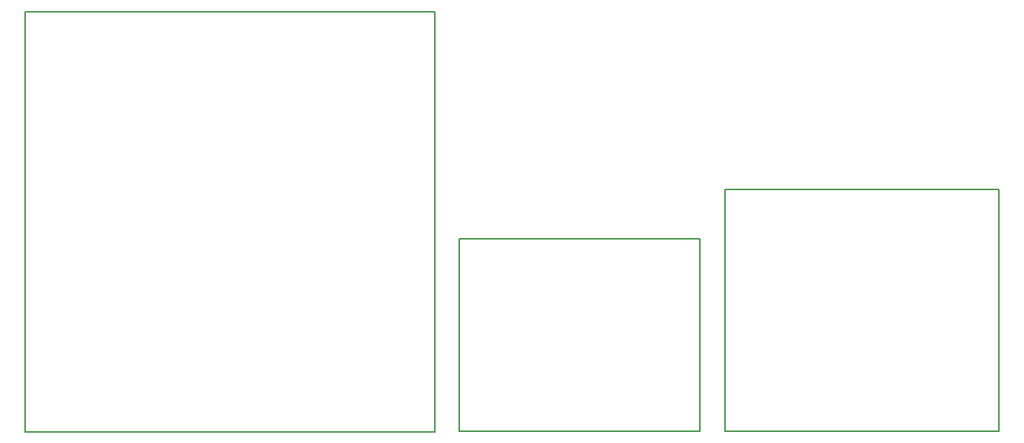
<source format=gbr>
*
%LPD*%
%LNpatch-Margin*%
%FSLAX25Y25*%
%MOIN*%
%AD*%
%AD*%
%ADD17C,0.007874016*%
G54D17*
%SRX1Y1I0.0J0.0*%
G1X185435Y441D2*
G1X435Y441D1*
G1X185435Y190441D2*
G1X185435Y441D1*
G1X435Y190441D2*
G1X185435Y190441D1*
G1X435Y441D2*
G1X435Y190441D1*
G1X305132Y446D2*
G1X196432Y446D1*
G1X305132Y87446D2*
G1X305132Y446D1*
G1X196432Y87446D2*
G1X305132Y87446D1*
G1X196432Y446D2*
G1X196432Y87446D1*
G1X440162Y467D2*
G1X316462Y467D1*
G1X440162Y109867D2*
G1X440162Y467D1*
G1X316462Y109867D2*
G1X440162Y109867D1*
G1X316462Y467D2*
G1X316462Y109867D1*
M2*

</source>
